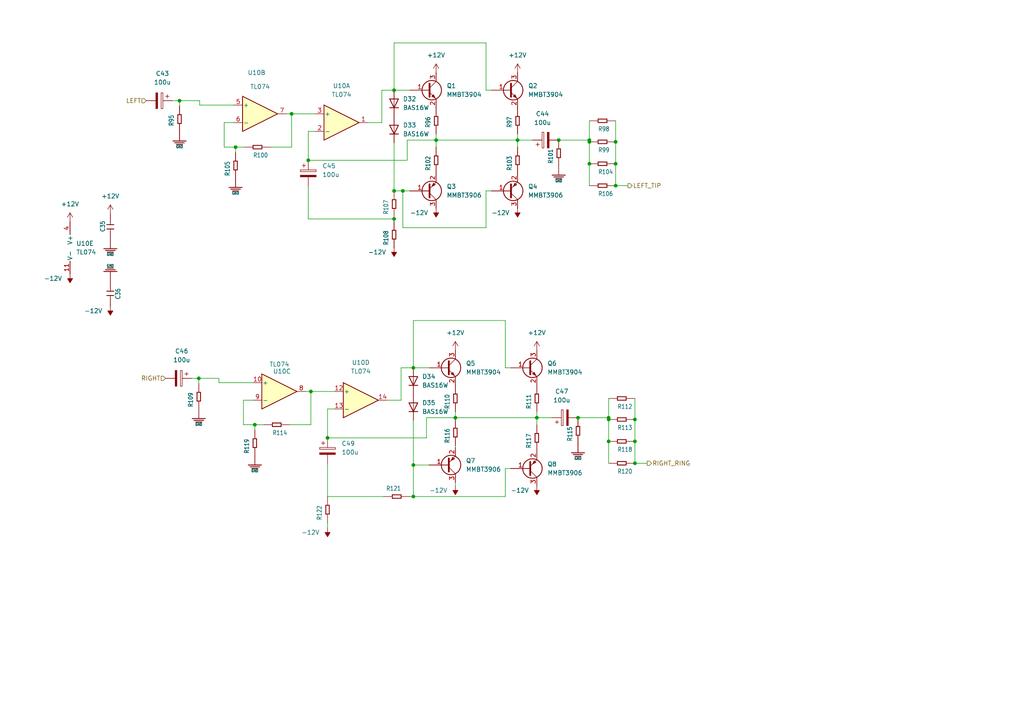
<source format=kicad_sch>
(kicad_sch (version 20211123) (generator eeschema)
  (paper "A4")
  (lib_symbols
    (symbol "Amplifier_Operational:TL074" (pin_names (offset 0.127))
      (property "Reference" "U" (at 0 5.08 0))
      (property "Value" "TL074" (at 0 -5.08 0))
      (symbol "TL074_1_1"
        (polyline (pts (xy -5.08 5.08) (xy 5.08 0) (xy -5.08 -5.08) (xy -5.08 5.08)) (stroke (width 0.254)) (fill (type background)))
        (pin output line (at 7.62 0 180) (length 2.54) (name "~") (number "1"))
        (pin input line (at -7.62 -2.54 0) (length 2.54) (name "-") (number "2"))
        (pin input line (at -7.62 2.54 0) (length 2.54) (name "+") (number "3"))
      )
      (symbol "TL074_2_1"
        (polyline (pts (xy -5.08 5.08) (xy 5.08 0) (xy -5.08 -5.08) (xy -5.08 5.08)) (stroke (width 0.254)) (fill (type background)))
        (pin input line (at -7.62 2.54 0) (length 2.54) (name "+") (number "5"))
        (pin input line (at -7.62 -2.54 0) (length 2.54) (name "-") (number "6"))
        (pin output line (at 7.62 0 180) (length 2.54) (name "~") (number "7"))
      )
      (symbol "TL074_3_1"
        (polyline (pts (xy -5.08 5.08) (xy 5.08 0) (xy -5.08 -5.08) (xy -5.08 5.08)) (stroke (width 0.254)) (fill (type background)))
        (pin input line (at -7.62 2.54 0) (length 2.54) (name "+") (number "10"))
        (pin output line (at 7.62 0 180) (length 2.54) (name "~") (number "8"))
        (pin input line (at -7.62 -2.54 0) (length 2.54) (name "-") (number "9"))
      )
      (symbol "TL074_4_1"
        (polyline (pts (xy -5.08 5.08) (xy 5.08 0) (xy -5.08 -5.08) (xy -5.08 5.08)) (stroke (width 0.254)) (fill (type background)))
        (pin input line (at -7.62 2.54 0) (length 2.54) (name "+") (number "12"))
        (pin input line (at -7.62 -2.54 0) (length 2.54) (name "-") (number "13"))
        (pin output line (at 7.62 0 180) (length 2.54) (name "~") (number "14"))
      )
      (symbol "TL074_5_1"
        (pin power_in line (at -2.54 -7.62 90) (length 3.81) (name "V-") (number "11"))
        (pin power_in line (at -2.54 7.62 270) (length 3.81) (name "V+") (number "4"))
      )
    )
    (symbol "Device:C_Polarized" (pin_numbers hide) (pin_names (offset 0.254))
      (property "Reference" "C" (at 0.635 2.54 0))
      (property "Value" "C_Polarized" (at 0.635 -2.54 0))
      (symbol "C_Polarized_0_1"
        (rectangle (start -2.286 0.508) (end 2.286 1.016))
        (polyline (pts (xy -1.778 2.286) (xy -0.762 2.286)))
        (polyline (pts (xy -1.27 2.794) (xy -1.27 1.778)))
        (rectangle (start 2.286 -0.508) (end -2.286 -1.016) (fill (type outline)))
      )
      (symbol "C_Polarized_1_1"
        (pin passive line (at 0 3.81 270) (length 2.794) (name "~") (number "1"))
        (pin passive line (at 0 -3.81 90) (length 2.794) (name "~") (number "2"))
      )
    )
    (symbol "Diode:BAS16W" (pin_numbers hide) (pin_names hide)
      (property "Reference" "D" (at 0 2.54 0))
      (property "Value" "BAS16W" (at 0 -2.54 0))
      (symbol "BAS16W_0_1"
        (polyline (pts (xy -1.27 1.27) (xy -1.27 -1.27)) (stroke (width 0.254)))
        (polyline (pts (xy 1.27 0) (xy -1.27 0)))
        (polyline (pts (xy 1.27 1.27) (xy 1.27 -1.27) (xy -1.27 0) (xy 1.27 1.27)) (stroke (width 0.254)))
      )
      (symbol "BAS16W_1_1"
        (pin passive line (at 3.81 0 180) (length 2.54) (name "A") (number "1"))
        (pin no_connect line (at -1.27 0 0) (length 2.54) hide (name "NC") (number "2"))
        (pin passive line (at -3.81 0 0) (length 2.54) (name "K") (number "3"))
      )
    )
    (symbol "TINRS - Wobbler (pico)sch-eagle-import:C-0603"
      (property "Reference" "C" (at -3.81 0 0))
      (property "Value" "C-0603" (at 0 0 0))
      (symbol "C-0603_1_0"
        (polyline (pts (xy -1.27 0) (xy -0.635 0)) (stroke (width 0.1524)))
        (polyline (pts (xy -0.635 -1.016) (xy -0.635 0)) (stroke (width 0.254)))
        (polyline (pts (xy -0.635 0) (xy -0.635 1.016)) (stroke (width 0.254)))
        (polyline (pts (xy 0.635 0) (xy 0.635 -1.016)) (stroke (width 0.254)))
        (polyline (pts (xy 0.635 0) (xy 1.27 0)) (stroke (width 0.1524)))
        (polyline (pts (xy 0.635 1.016) (xy 0.635 0)) (stroke (width 0.254)))
        (pin passive line (at -3.81 0 0) (length 2.54) (name "1") (number "1"))
        (pin passive line (at 3.81 0 180) (length 2.54) (name "2") (number "2"))
      )
    )
    (symbol "TINRS - Wobbler (pico)sch-eagle-import:GND" (power)
      (property "Value" "GND" (at 0 -1.27 0))
      (symbol "GND_1_0"
        (polyline (pts (xy -1.905 0) (xy 1.905 0)) (stroke (width 0.254)))
        (polyline (pts (xy -1.397 -0.508) (xy 1.397 -0.508)) (stroke (width 0.254)))
        (polyline (pts (xy -0.889 -1.016) (xy 0.889 -1.016)) (stroke (width 0.254)))
        (pin power_in line (at 0 2.54 270) (length 2.54) (name "GND") (number "1"))
      )
    )
    (symbol "TINRS - Wobbler (pico)sch-eagle-import:R-0603"
      (property "Reference" "R" (at -3.81 0 0))
      (property "Value" "R-0603" (at 2.54 0 0))
      (symbol "R-0603_1_0"
        (polyline (pts (xy -1.27 -0.508) (xy -1.27 0.508)) (stroke (width 0.254)))
        (polyline (pts (xy -1.27 0.508) (xy 1.27 0.508)) (stroke (width 0.254)))
        (polyline (pts (xy 1.27 -0.508) (xy -1.27 -0.508)) (stroke (width 0.254)))
        (polyline (pts (xy 1.27 0.508) (xy 1.27 -0.508)) (stroke (width 0.254)))
        (pin passive line (at -3.81 0 0) (length 2.54) (name "1") (number "1"))
        (pin passive line (at 3.81 0 180) (length 2.54) (name "2") (number "2"))
      )
    )
    (symbol "Transistor_BJT:MMBT3904" (pin_names (offset 0) hide)
      (property "Reference" "Q" (at 5.08 1.905 0))
      (property "Value" "MMBT3904" (at 5.08 0 0))
      (symbol "MMBT3904_0_1"
        (polyline (pts (xy 0.635 0.635) (xy 2.54 2.54)))
        (polyline (pts (xy 0.635 -0.635) (xy 2.54 -2.54) (xy 2.54 -2.54)))
        (polyline (pts (xy 0.635 1.905) (xy 0.635 -1.905) (xy 0.635 -1.905)) (stroke (width 0.508)))
        (polyline (pts (xy 1.27 -1.778) (xy 1.778 -1.27) (xy 2.286 -2.286) (xy 1.27 -1.778) (xy 1.27 -1.778)) (fill (type outline)))
        (circle (center 1.27 0) (radius 2.8194) (stroke (width 0.254)))
      )
      (symbol "MMBT3904_1_1"
        (pin input line (at -5.08 0 0) (length 5.715) (name "B") (number "1"))
        (pin passive line (at 2.54 -5.08 90) (length 2.54) (name "E") (number "2"))
        (pin passive line (at 2.54 5.08 270) (length 2.54) (name "C") (number "3"))
      )
    )
    (symbol "Transistor_BJT:MMBT3906" (pin_names (offset 0) hide)
      (property "Reference" "Q" (at 5.08 1.905 0))
      (property "Value" "MMBT3906" (at 5.08 0 0))
      (symbol "MMBT3906_0_1"
        (polyline (pts (xy 0.635 0.635) (xy 2.54 2.54)))
        (polyline (pts (xy 0.635 -0.635) (xy 2.54 -2.54) (xy 2.54 -2.54)))
        (polyline (pts (xy 0.635 1.905) (xy 0.635 -1.905) (xy 0.635 -1.905)) (stroke (width 0.508)))
        (polyline (pts (xy 2.286 -1.778) (xy 1.778 -2.286) (xy 1.27 -1.27) (xy 2.286 -1.778) (xy 2.286 -1.778)) (fill (type outline)))
        (circle (center 1.27 0) (radius 2.8194) (stroke (width 0.254)))
      )
      (symbol "MMBT3906_1_1"
        (pin input line (at -5.08 0 0) (length 5.715) (name "B") (number "1"))
        (pin passive line (at 2.54 -5.08 90) (length 2.54) (name "E") (number "2"))
        (pin passive line (at 2.54 5.08 270) (length 2.54) (name "C") (number "3"))
      )
    )
    (symbol "power:+12V" (power) (pin_names (offset 0))
      (property "Value" "+12V" (at 0 3.556 0))
      (symbol "+12V_0_1"
        (polyline (pts (xy -0.762 1.27) (xy 0 2.54)))
        (polyline (pts (xy 0 0) (xy 0 2.54)))
        (polyline (pts (xy 0 2.54) (xy 0.762 1.27)))
      )
      (symbol "+12V_1_1"
        (pin power_in line (at 0 0 90) (length 0) hide (name "+12V") (number "1"))
      )
    )
    (symbol "power:-12V" (power) (pin_names (offset 0))
      (property "Value" "-12V" (at 0 3.81 0))
      (symbol "-12V_0_0"
        (pin power_in line (at 0 0 90) (length 0) hide (name "-12V") (number "1"))
      )
      (symbol "-12V_0_1"
        (polyline (pts (xy 0 0) (xy 0 1.27) (xy 0.762 1.27) (xy 0 2.54) (xy -0.762 1.27) (xy 0 1.27)) (fill (type outline)))
      )
    )
  )
  (junction (at 176.53 128.016))
  (junction (at 119.888 106.68))
  (junction (at 114.3 63.5))
  (junction (at 184.15 134.366))
  (junction (at 116.84 55.372))
  (junction (at 132.08 121.158))
  (junction (at 114.3 26.162))
  (junction (at 155.702 121.158))
  (junction (at 167.64 121.158))
  (junction (at 114.3 55.372))
  (junction (at 73.914 123.19))
  (junction (at 170.942 40.64))
  (junction (at 52.07 29.21))
  (junction (at 170.942 47.498))
  (junction (at 119.888 134.874))
  (junction (at 84.582 33.02))
  (junction (at 178.562 47.498))
  (junction (at 178.562 41.148))
  (junction (at 162.052 40.64))
  (junction (at 119.888 144.018))
  (junction (at 150.114 40.64))
  (junction (at 184.15 128.016))
  (junction (at 89.408 46.482))
  (junction (at 57.658 109.728))
  (junction (at 178.562 53.848))
  (junction (at 90.17 113.538))
  (junction (at 176.53 121.158))
  (junction (at 94.996 127))
  (junction (at 184.15 121.666))
  (junction (at 170.942 41.148))
  (junction (at 68.326 42.672))
  (junction (at 176.53 121.666))
  (junction (at 126.492 40.64))
  (wire (pts (xy 90.17 113.538) (xy 97.028 113.538)))
  (wire (pts (xy 150.114 38.862) (xy 150.114 40.64)))
  (wire (pts (xy 116.332 106.68) (xy 119.888 106.68)))
  (wire (pts (xy 84.074 123.19) (xy 90.17 123.19)))
  (wire (pts (xy 89.408 63.5) (xy 114.3 63.5)))
  (wire (pts (xy 155.702 123.19) (xy 155.702 121.158)))
  (wire (pts (xy 116.332 116.078) (xy 116.332 106.68)))
  (wire (pts (xy 68.326 42.672) (xy 70.866 42.672)))
  (wire (pts (xy 126.492 40.64) (xy 150.114 40.64)))
  (wire (pts (xy 112.268 116.078) (xy 116.332 116.078)))
  (wire (pts (xy 114.3 26.162) (xy 118.872 26.162)))
  (wire (pts (xy 148.082 135.89) (xy 146.558 135.89)))
  (wire (pts (xy 142.494 55.372) (xy 140.97 55.372)))
  (wire (pts (xy 78.486 42.672) (xy 84.582 42.672)))
  (wire (pts (xy 68.326 42.672) (xy 68.326 44.196)))
  (wire (pts (xy 114.3 12.446) (xy 114.3 26.162)))
  (wire (pts (xy 123.698 127) (xy 94.996 127)))
  (wire (pts (xy 55.626 109.728) (xy 57.658 109.728)))
  (wire (pts (xy 118.11 40.64) (xy 118.11 46.482)))
  (wire (pts (xy 84.582 33.02) (xy 91.44 33.02)))
  (wire (pts (xy 65.024 42.672) (xy 68.326 42.672)))
  (wire (pts (xy 176.53 115.57) (xy 176.53 121.158)))
  (wire (pts (xy 89.408 46.482) (xy 89.408 38.1)))
  (wire (pts (xy 155.702 121.158) (xy 160.02 121.158)))
  (wire (pts (xy 178.562 35.052) (xy 178.562 41.148)))
  (wire (pts (xy 132.08 119.38) (xy 132.08 121.158)))
  (wire (pts (xy 140.97 12.446) (xy 114.3 12.446)))
  (wire (pts (xy 70.612 123.19) (xy 73.914 123.19)))
  (wire (pts (xy 57.912 29.21) (xy 52.07 29.21)))
  (wire (pts (xy 155.702 119.38) (xy 155.702 121.158)))
  (wire (pts (xy 119.888 92.964) (xy 119.888 106.68)))
  (wire (pts (xy 110.744 35.56) (xy 110.744 26.162)))
  (wire (pts (xy 176.53 121.666) (xy 176.53 128.016)))
  (wire (pts (xy 150.114 40.64) (xy 154.432 40.64)))
  (wire (pts (xy 184.15 128.016) (xy 184.15 134.366)))
  (wire (pts (xy 89.408 54.102) (xy 89.408 63.5)))
  (wire (pts (xy 167.64 121.158) (xy 176.53 121.158)))
  (wire (pts (xy 116.84 55.372) (xy 118.872 55.372)))
  (wire (pts (xy 114.3 41.402) (xy 114.3 55.372)))
  (wire (pts (xy 176.53 121.158) (xy 176.53 121.666)))
  (wire (pts (xy 118.11 46.482) (xy 89.408 46.482)))
  (wire (pts (xy 146.558 92.964) (xy 119.888 92.964)))
  (wire (pts (xy 176.53 128.016) (xy 176.53 134.366)))
  (wire (pts (xy 73.914 123.19) (xy 73.914 124.714)))
  (wire (pts (xy 50.038 29.21) (xy 52.07 29.21)))
  (wire (pts (xy 110.744 26.162) (xy 114.3 26.162)))
  (wire (pts (xy 94.996 144.018) (xy 111.252 144.018)))
  (wire (pts (xy 88.646 113.538) (xy 90.17 113.538)))
  (wire (pts (xy 67.818 35.56) (xy 65.024 35.56)))
  (wire (pts (xy 118.872 144.018) (xy 119.888 144.018)))
  (wire (pts (xy 150.114 42.672) (xy 150.114 40.64)))
  (wire (pts (xy 184.15 121.666) (xy 184.15 128.016)))
  (wire (pts (xy 114.3 55.372) (xy 116.84 55.372)))
  (wire (pts (xy 170.942 40.64) (xy 170.942 41.148)))
  (wire (pts (xy 148.082 106.68) (xy 146.558 106.68)))
  (wire (pts (xy 57.912 30.48) (xy 57.912 29.21)))
  (wire (pts (xy 94.996 127) (xy 94.996 118.618)))
  (wire (pts (xy 119.888 144.018) (xy 119.888 134.874)))
  (wire (pts (xy 123.698 121.158) (xy 123.698 127)))
  (wire (pts (xy 140.97 55.372) (xy 140.97 66.04)))
  (wire (pts (xy 114.3 63.5) (xy 114.3 64.262)))
  (wire (pts (xy 170.942 35.052) (xy 170.942 40.64)))
  (wire (pts (xy 90.17 123.19) (xy 90.17 113.538)))
  (wire (pts (xy 114.3 62.992) (xy 114.3 63.5)))
  (wire (pts (xy 118.11 40.64) (xy 126.492 40.64)))
  (wire (pts (xy 140.97 26.162) (xy 140.97 12.446)))
  (wire (pts (xy 94.996 134.62) (xy 94.996 144.018)))
  (wire (pts (xy 73.406 110.998) (xy 63.5 110.998)))
  (wire (pts (xy 146.558 144.018) (xy 119.888 144.018)))
  (wire (pts (xy 178.562 41.148) (xy 178.562 47.498)))
  (wire (pts (xy 140.97 66.04) (xy 116.84 66.04)))
  (wire (pts (xy 146.558 135.89) (xy 146.558 144.018)))
  (wire (pts (xy 142.494 26.162) (xy 140.97 26.162)))
  (wire (pts (xy 63.5 109.728) (xy 57.658 109.728)))
  (wire (pts (xy 119.888 121.92) (xy 119.888 134.874)))
  (wire (pts (xy 184.15 134.366) (xy 187.706 134.366)))
  (wire (pts (xy 83.058 33.02) (xy 84.582 33.02)))
  (wire (pts (xy 132.08 121.158) (xy 155.702 121.158)))
  (wire (pts (xy 126.492 40.64) (xy 126.492 42.672)))
  (wire (pts (xy 67.818 30.48) (xy 57.912 30.48)))
  (wire (pts (xy 119.888 134.874) (xy 124.46 134.874)))
  (wire (pts (xy 132.08 121.158) (xy 132.08 121.666)))
  (wire (pts (xy 123.698 121.158) (xy 132.08 121.158)))
  (wire (pts (xy 84.582 42.672) (xy 84.582 33.02)))
  (wire (pts (xy 57.658 109.728) (xy 57.658 111.252)))
  (wire (pts (xy 89.408 38.1) (xy 91.44 38.1)))
  (wire (pts (xy 63.5 110.998) (xy 63.5 109.728)))
  (wire (pts (xy 73.914 123.19) (xy 76.454 123.19)))
  (wire (pts (xy 178.562 47.498) (xy 178.562 53.848)))
  (wire (pts (xy 178.562 53.848) (xy 182.118 53.848)))
  (wire (pts (xy 65.024 35.56) (xy 65.024 42.672)))
  (wire (pts (xy 70.612 116.078) (xy 70.612 123.19)))
  (wire (pts (xy 170.942 41.148) (xy 170.942 47.498)))
  (wire (pts (xy 132.08 139.954) (xy 132.08 140.97)))
  (wire (pts (xy 73.406 116.078) (xy 70.612 116.078)))
  (wire (pts (xy 106.68 35.56) (xy 110.744 35.56)))
  (wire (pts (xy 132.08 129.286) (xy 132.08 129.794)))
  (wire (pts (xy 162.052 40.64) (xy 170.942 40.64)))
  (wire (pts (xy 146.558 106.68) (xy 146.558 92.964)))
  (wire (pts (xy 94.996 118.618) (xy 97.028 118.618)))
  (wire (pts (xy 119.888 106.68) (xy 124.46 106.68)))
  (wire (pts (xy 52.07 29.21) (xy 52.07 30.734)))
  (wire (pts (xy 116.84 55.372) (xy 116.84 66.04)))
  (wire (pts (xy 94.996 151.638) (xy 94.996 153.162)))
  (wire (pts (xy 126.492 38.862) (xy 126.492 40.64)))
  (wire (pts (xy 170.942 47.498) (xy 170.942 53.848)))
  (wire (pts (xy 184.15 115.57) (xy 184.15 121.666)))
  (hierarchical_label "RIGHT_RING" (shape output) (at 187.706 134.366 0))
  (hierarchical_label "LEFT" (shape input) (at 42.418 29.21 180))
  (hierarchical_label "LEFT_TIP" (shape output) (at 182.118 53.848 0))
  (hierarchical_label "RIGHT" (shape input) (at 48.006 109.728 180))
  (symbol (lib_id "TINRS - Wobbler (pico)sch-eagle-import:C-0603") (at 32.004 65.786 90) (unit 1)
    (property "Reference" "C35" (at 30.48 67.31 0) (effects (font (size 1.27 1.0795)) (justify left bottom)))
    (property "Value" "100n" (at 35.814 68.326 0) (effects (font (size 1.27 1.0795)) (justify left bottom)))
    (property "Footprint" "Capacitor_SMD:C_0402_1005Metric" (effects hide))
    (property "Value" "unknown" (effects hide))
  )
  (symbol (lib_id "Amplifier_Operational:TL074") (at 104.648 116.078 0) (unit 4)
    (property "Reference" "U10" (at 104.648 105.156 0))
    (property "Value" "TL074" (at 104.648 107.696 0))
    (property "Footprint" "Package_SO:TSSOP-14_4.4x5mm_P0.65mm" (effects hide))
    (property "Datasheet" "http://www.ti.com/lit/ds/symlink/tl071.pdf" (effects hide))
  )
  (symbol (lib_id "TINRS - Wobbler (pico)sch-eagle-import:GND") (at 68.326 54.356 0) (unit 1)
    (property "Reference" "#GND0158" (effects hide))
    (property "Value" "GND" (at 68.326 55.626 0) (effects (font (size 0.762 0.6477)) (justify top)))
  )
  (symbol (lib_id "Diode:BAS16W") (at 119.888 110.49 90) (unit 1)
    (property "Reference" "D34" (at 122.428 109.2199 90) (effects (justify right)))
    (property "Value" "BAS16W" (at 122.428 111.7599 90) (effects (justify right)))
    (property "Footprint" "Package_TO_SOT_SMD:SOT-323_SC-70" (effects hide))
    (property "Datasheet" "https://assets.nexperia.com/documents/data-sheet/BAS16_SER.pdf" (effects hide))
  )
  (symbol (lib_id "Device:C_Polarized") (at 89.408 50.292 0) (unit 1)
    (property "Reference" "C45" (at 93.472 48.1329 0) (effects (justify left)))
    (property "Value" "100u" (at 93.472 50.6729 0) (effects (justify left)))
    (property "Footprint" "Capacitor_SMD:CP_Elec_6.3x3" (effects hide))
  )
  (symbol (lib_id "power:-12V") (at 94.996 153.162 180) (unit 1)
    (property "Reference" "#PWR0155" (effects hide))
    (property "Value" "-12V" (at 92.71 154.4321 0) (effects (justify left)))
  )
  (symbol (lib_id "TINRS - Wobbler (pico)sch-eagle-import:GND") (at 167.64 131.318 0) (unit 1)
    (property "Reference" "#GND0170" (effects hide))
    (property "Value" "GND" (at 167.64 132.588 0) (effects (font (size 0.762 0.6477)) (justify top)))
  )
  (symbol (lib_id "TINRS - Wobbler (pico)sch-eagle-import:R-0603") (at 57.658 115.062 270) (unit 1)
    (property "Reference" "R109" (at 54.61 113.792 0) (effects (font (size 1.27 1.0795)) (justify left bottom)))
    (property "Value" "10k" (at 58.928 113.538 0) (effects (font (size 1.27 1.0795)) (justify left bottom)))
    (property "Footprint" "Resistor_SMD:R_0402_1005Metric" (effects hide))
    (property "Value" "unknown" (effects hide))
  )
  (symbol (lib_id "TINRS - Wobbler (pico)sch-eagle-import:R-0603") (at 180.34 121.666 0) (unit 1)
    (property "Reference" "R113" (at 179.07 124.714 0) (effects (font (size 1.27 1.0795)) (justify left bottom)))
    (property "Value" "120" (at 178.816 120.396 0) (effects (font (size 1.27 1.0795)) (justify left bottom)))
    (property "Footprint" "Resistor_SMD:R_0603_1608Metric" (effects hide))
    (property "Value" "unknown" (effects hide))
  )
  (symbol (lib_id "TINRS - Wobbler (pico)sch-eagle-import:R-0603") (at 180.34 128.016 0) (unit 1)
    (property "Reference" "R118" (at 179.07 131.064 0) (effects (font (size 1.27 1.0795)) (justify left bottom)))
    (property "Value" "120" (at 178.816 126.746 0) (effects (font (size 1.27 1.0795)) (justify left bottom)))
    (property "Footprint" "Resistor_SMD:R_0603_1608Metric" (effects hide))
    (property "Value" "unknown" (effects hide))
  )
  (symbol (lib_id "TINRS - Wobbler (pico)sch-eagle-import:GND") (at 32.004 72.136 0) (unit 1)
    (property "Reference" "#GND0157" (effects hide))
    (property "Value" "GND" (at 32.004 73.406 0) (effects (font (size 0.762 0.6477)) (justify top)))
  )
  (symbol (lib_id "power:-12V") (at 132.08 140.97 180) (unit 1)
    (property "Reference" "#PWR0156" (effects hide))
    (property "Value" "-12V" (at 129.794 142.2401 0) (effects (justify left)))
  )
  (symbol (lib_id "power:+12V") (at 150.114 21.082 0) (unit 1)
    (property "Reference" "#PWR0144" (effects hide))
    (property "Value" "+12V" (at 150.114 16.002 0))
  )
  (symbol (lib_id "Amplifier_Operational:TL074") (at 75.438 33.02 0) (unit 2)
    (property "Reference" "U10" (at 74.422 21.082 0))
    (property "Value" "TL074" (at 75.438 25.146 0))
    (property "Footprint" "Package_SO:TSSOP-14_4.4x5mm_P0.65mm" (effects hide))
    (property "Datasheet" "http://www.ti.com/lit/ds/symlink/tl071.pdf" (effects hide))
  )
  (symbol (lib_id "power:-12V") (at 126.492 60.452 180) (unit 1)
    (property "Reference" "#PWR0143" (effects hide))
    (property "Value" "-12V" (at 124.206 61.7221 0) (effects (justify left)))
  )
  (symbol (lib_id "TINRS - Wobbler (pico)sch-eagle-import:R-0603") (at 174.752 41.148 0) (unit 1)
    (property "Reference" "R99" (at 173.482 44.196 0) (effects (font (size 1.27 1.0795)) (justify left bottom)))
    (property "Value" "120" (at 173.228 39.878 0) (effects (font (size 1.27 1.0795)) (justify left bottom)))
    (property "Footprint" "Resistor_SMD:R_0603_1608Metric" (effects hide))
    (property "Value" "unknown" (effects hide))
  )
  (symbol (lib_id "TINRS - Wobbler (pico)sch-eagle-import:GND") (at 57.658 121.412 0) (unit 1)
    (property "Reference" "#GND0167" (effects hide))
    (property "Value" "GND" (at 57.658 122.682 0) (effects (font (size 0.762 0.6477)) (justify top)))
  )
  (symbol (lib_id "TINRS - Wobbler (pico)sch-eagle-import:R-0603") (at 150.114 46.482 270) (unit 1)
    (property "Reference" "R103" (at 147.066 45.212 0) (effects (font (size 1.27 1.0795)) (justify left bottom)))
    (property "Value" "10" (at 151.384 44.958 0) (effects (font (size 1.27 1.0795)) (justify left bottom)))
    (property "Footprint" "Resistor_SMD:R_0603_1608Metric" (effects hide))
    (property "Value" "unknown" (effects hide))
  )
  (symbol (lib_id "Diode:BAS16W") (at 114.3 37.592 90) (unit 1)
    (property "Reference" "D33" (at 116.84 36.3219 90) (effects (justify right)))
    (property "Value" "BAS16W" (at 116.84 38.8619 90) (effects (justify right)))
    (property "Footprint" "Package_TO_SOT_SMD:SOT-323_SC-70" (effects hide))
    (property "Datasheet" "https://assets.nexperia.com/documents/data-sheet/BAS16_SER.pdf" (effects hide))
  )
  (symbol (lib_id "TINRS - Wobbler (pico)sch-eagle-import:R-0603") (at 167.64 124.968 270) (unit 1)
    (property "Reference" "R115" (at 164.592 123.698 0) (effects (font (size 1.27 1.0795)) (justify left bottom)))
    (property "Value" "100k" (at 168.91 123.444 0) (effects (font (size 1.27 1.0795)) (justify left bottom)))
    (property "Footprint" "Resistor_SMD:R_0402_1005Metric" (effects hide))
    (property "Value" "unknown" (effects hide))
  )
  (symbol (lib_id "TINRS - Wobbler (pico)sch-eagle-import:R-0603") (at 126.492 46.482 270) (unit 1)
    (property "Reference" "R102" (at 123.444 45.212 0) (effects (font (size 1.27 1.0795)) (justify left bottom)))
    (property "Value" "10" (at 127.762 44.958 0) (effects (font (size 1.27 1.0795)) (justify left bottom)))
    (property "Footprint" "Resistor_SMD:R_0603_1608Metric" (effects hide))
    (property "Value" "unknown" (effects hide))
  )
  (symbol (lib_id "TINRS - Wobbler (pico)sch-eagle-import:R-0603") (at 114.3 68.072 270) (unit 1)
    (property "Reference" "R108" (at 111.252 66.802 0) (effects (font (size 1.27 1.0795)) (justify left bottom)))
    (property "Value" "4.7k" (at 115.57 66.548 0) (effects (font (size 1.27 1.0795)) (justify left bottom)))
    (property "Footprint" "Resistor_SMD:R_0603_1608Metric" (effects hide))
    (property "Value" "unknown" (effects hide))
  )
  (symbol (lib_id "Device:C_Polarized") (at 158.242 40.64 90) (unit 1)
    (property "Reference" "C44" (at 157.353 33.02 90))
    (property "Value" "100u" (at 157.353 35.56 90))
    (property "Footprint" "Capacitor_SMD:CP_Elec_6.3x3" (effects hide))
  )
  (symbol (lib_id "Transistor_BJT:MMBT3904") (at 129.54 106.68 0) (unit 1)
    (property "Reference" "Q5" (at 135.128 105.4099 0) (effects (justify left)))
    (property "Value" "MMBT3904" (at 135.128 107.9499 0) (effects (justify left)))
    (property "Footprint" "Package_TO_SOT_SMD:SOT-23" (effects hide))
    (property "Datasheet" "https://www.onsemi.com/pub/Collateral/2N3903-D.PDF" (effects hide))
  )
  (symbol (lib_id "Device:C_Polarized") (at 94.996 130.81 0) (unit 1)
    (property "Reference" "C49" (at 99.06 128.6509 0) (effects (justify left)))
    (property "Value" "100u" (at 99.06 131.1909 0) (effects (justify left)))
    (property "Footprint" "Capacitor_SMD:CP_Elec_6.3x3" (effects hide))
  )
  (symbol (lib_id "TINRS - Wobbler (pico)sch-eagle-import:R-0603") (at 155.702 115.57 270) (unit 1)
    (property "Reference" "R111" (at 152.654 114.3 0) (effects (font (size 1.27 1.0795)) (justify left bottom)))
    (property "Value" "10" (at 156.972 114.046 0) (effects (font (size 1.27 1.0795)) (justify left bottom)))
    (property "Footprint" "Resistor_SMD:R_0603_1608Metric" (effects hide))
    (property "Value" "unknown" (effects hide))
  )
  (symbol (lib_id "power:-12V") (at 20.32 79.502 180) (unit 1)
    (property "Reference" "#PWR0136" (effects hide))
    (property "Value" "-12V" (at 18.034 80.7721 0) (effects (justify left)))
  )
  (symbol (lib_id "TINRS - Wobbler (pico)sch-eagle-import:R-0603") (at 114.3 59.182 270) (unit 1)
    (property "Reference" "R107" (at 111.252 57.912 0) (effects (font (size 1.27 1.0795)) (justify left bottom)))
    (property "Value" "4.7k" (at 115.57 57.658 0) (effects (font (size 1.27 1.0795)) (justify left bottom)))
    (property "Footprint" "Resistor_SMD:R_0603_1608Metric" (effects hide))
    (property "Value" "unknown" (effects hide))
  )
  (symbol (lib_id "Transistor_BJT:MMBT3906") (at 147.574 55.372 0) (mirror x) (unit 1)
    (property "Reference" "Q4" (at 153.162 54.1019 0) (effects (justify left)))
    (property "Value" "MMBT3906" (at 153.162 56.6419 0) (effects (justify left)))
    (property "Footprint" "Package_TO_SOT_SMD:SOT-23" (effects hide))
    (property "Datasheet" "https://www.onsemi.com/pub/Collateral/2N3906-D.PDF" (effects hide))
  )
  (symbol (lib_id "Diode:BAS16W") (at 119.888 118.11 90) (unit 1)
    (property "Reference" "D35" (at 122.428 116.8399 90) (effects (justify right)))
    (property "Value" "BAS16W" (at 122.428 119.3799 90) (effects (justify right)))
    (property "Footprint" "Package_TO_SOT_SMD:SOT-323_SC-70" (effects hide))
    (property "Datasheet" "https://assets.nexperia.com/documents/data-sheet/BAS16_SER.pdf" (effects hide))
  )
  (symbol (lib_id "Device:C_Polarized") (at 46.228 29.21 270) (unit 1)
    (property "Reference" "C43" (at 47.117 21.336 90))
    (property "Value" "100u" (at 47.117 23.876 90))
    (property "Footprint" "Capacitor_SMD:CP_Elec_6.3x3" (effects hide))
  )
  (symbol (lib_id "TINRS - Wobbler (pico)sch-eagle-import:R-0603") (at 80.264 123.19 0) (unit 1)
    (property "Reference" "R114" (at 78.994 126.238 0) (effects (font (size 1.27 1.0795)) (justify left bottom)))
    (property "Value" "2.2k" (at 78.74 121.92 0) (effects (font (size 1.27 1.0795)) (justify left bottom)))
    (property "Footprint" "Resistor_SMD:R_0603_1608Metric" (effects hide))
    (property "Value" "unknown" (effects hide))
  )
  (symbol (lib_id "TINRS - Wobbler (pico)sch-eagle-import:R-0603") (at 174.752 47.498 0) (unit 1)
    (property "Reference" "R104" (at 173.482 50.546 0) (effects (font (size 1.27 1.0795)) (justify left bottom)))
    (property "Value" "120" (at 173.228 46.228 0) (effects (font (size 1.27 1.0795)) (justify left bottom)))
    (property "Footprint" "Resistor_SMD:R_0603_1608Metric" (effects hide))
    (property "Value" "unknown" (effects hide))
  )
  (symbol (lib_id "power:-12V") (at 150.114 60.452 180) (unit 1)
    (property "Reference" "#PWR0148" (effects hide))
    (property "Value" "-12V" (at 147.828 61.7221 0) (effects (justify left)))
  )
  (symbol (lib_id "Amplifier_Operational:TL074") (at 99.06 35.56 0) (unit 1)
    (property "Reference" "U10" (at 99.06 24.892 0))
    (property "Value" "TL074" (at 99.06 27.432 0))
    (property "Footprint" "Package_SO:TSSOP-14_4.4x5mm_P0.65mm" (effects hide))
    (property "Datasheet" "http://www.ti.com/lit/ds/symlink/tl071.pdf" (effects hide))
  )
  (symbol (lib_id "Transistor_BJT:MMBT3906") (at 123.952 55.372 0) (mirror x) (unit 1)
    (property "Reference" "Q3" (at 129.54 54.1019 0) (effects (justify left)))
    (property "Value" "MMBT3906" (at 129.54 56.6419 0) (effects (justify left)))
    (property "Footprint" "Package_TO_SOT_SMD:SOT-23" (effects hide))
    (property "Datasheet" "https://www.onsemi.com/pub/Collateral/2N3906-D.PDF" (effects hide))
  )
  (symbol (lib_id "TINRS - Wobbler (pico)sch-eagle-import:R-0603") (at 155.702 127 270) (unit 1)
    (property "Reference" "R117" (at 152.654 125.73 0) (effects (font (size 1.27 1.0795)) (justify left bottom)))
    (property "Value" "10" (at 156.972 125.476 0) (effects (font (size 1.27 1.0795)) (justify left bottom)))
    (property "Footprint" "Resistor_SMD:R_0603_1608Metric" (effects hide))
    (property "Value" "unknown" (effects hide))
  )
  (symbol (lib_id "TINRS - Wobbler (pico)sch-eagle-import:R-0603") (at 74.676 42.672 0) (unit 1)
    (property "Reference" "R100" (at 73.406 45.72 0) (effects (font (size 1.27 1.0795)) (justify left bottom)))
    (property "Value" "2.2k" (at 73.152 41.402 0) (effects (font (size 1.27 1.0795)) (justify left bottom)))
    (property "Footprint" "Resistor_SMD:R_0603_1608Metric" (effects hide))
    (property "Value" "unknown" (effects hide))
  )
  (symbol (lib_id "TINRS - Wobbler (pico)sch-eagle-import:R-0603") (at 73.914 128.524 270) (unit 1)
    (property "Reference" "R119" (at 70.866 127.254 0) (effects (font (size 1.27 1.0795)) (justify left bottom)))
    (property "Value" "470" (at 75.184 127 0) (effects (font (size 1.27 1.0795)) (justify left bottom)))
    (property "Footprint" "Resistor_SMD:R_0603_1608Metric" (effects hide))
    (property "Value" "unknown" (effects hide))
  )
  (symbol (lib_id "TINRS - Wobbler (pico)sch-eagle-import:R-0603") (at 68.326 48.006 270) (unit 1)
    (property "Reference" "R105" (at 65.278 46.736 0) (effects (font (size 1.27 1.0795)) (justify left bottom)))
    (property "Value" "470" (at 69.596 46.482 0) (effects (font (size 1.27 1.0795)) (justify left bottom)))
    (property "Footprint" "Resistor_SMD:R_0603_1608Metric" (effects hide))
    (property "Value" "unknown" (effects hide))
  )
  (symbol (lib_id "TINRS - Wobbler (pico)sch-eagle-import:R-0603") (at 94.996 147.828 270) (unit 1)
    (property "Reference" "R122" (at 91.948 146.558 0) (effects (font (size 1.27 1.0795)) (justify left bottom)))
    (property "Value" "4.7k" (at 96.266 146.304 0) (effects (font (size 1.27 1.0795)) (justify left bottom)))
    (property "Footprint" "Resistor_SMD:R_0603_1608Metric" (effects hide))
    (property "Value" "unknown" (effects hide))
  )
  (symbol (lib_id "TINRS - Wobbler (pico)sch-eagle-import:R-0603") (at 180.34 134.366 0) (unit 1)
    (property "Reference" "R120" (at 179.07 137.414 0) (effects (font (size 1.27 1.0795)) (justify left bottom)))
    (property "Value" "120" (at 178.816 133.096 0) (effects (font (size 1.27 1.0795)) (justify left bottom)))
    (property "Footprint" "Resistor_SMD:R_0603_1608Metric" (effects hide))
    (property "Value" "unknown" (effects hide))
  )
  (symbol (lib_id "Transistor_BJT:MMBT3904") (at 153.162 106.68 0) (unit 1)
    (property "Reference" "Q6" (at 158.75 105.4099 0) (effects (justify left)))
    (property "Value" "MMBT3904" (at 158.75 107.9499 0) (effects (justify left)))
    (property "Footprint" "Package_TO_SOT_SMD:SOT-23" (effects hide))
    (property "Datasheet" "https://www.onsemi.com/pub/Collateral/2N3903-D.PDF" (effects hide))
  )
  (symbol (lib_id "power:+12V") (at 155.702 101.6 0) (unit 1)
    (property "Reference" "#PWR0149" (effects hide))
    (property "Value" "+12V" (at 155.702 96.52 0))
  )
  (symbol (lib_id "TINRS - Wobbler (pico)sch-eagle-import:GND") (at 73.914 134.874 0) (unit 1)
    (property "Reference" "#GND0168" (effects hide))
    (property "Value" "GND" (at 73.914 136.144 0) (effects (font (size 0.762 0.6477)) (justify top)))
  )
  (symbol (lib_id "TINRS - Wobbler (pico)sch-eagle-import:R-0603") (at 115.062 144.018 180) (unit 1)
    (property "Reference" "R121" (at 116.332 140.97 0) (effects (font (size 1.27 1.0795)) (justify left bottom)))
    (property "Value" "4.7k" (at 116.586 145.288 0) (effects (font (size 1.27 1.0795)) (justify left bottom)))
    (property "Footprint" "Resistor_SMD:R_0603_1608Metric" (effects hide))
    (property "Value" "unknown" (effects hide))
  )
  (symbol (lib_id "TINRS - Wobbler (pico)sch-eagle-import:R-0603") (at 126.492 35.052 270) (unit 1)
    (property "Reference" "R96" (at 123.444 33.782 0) (effects (font (size 1.27 1.0795)) (justify left bottom)))
    (property "Value" "10" (at 127.762 33.528 0) (effects (font (size 1.27 1.0795)) (justify left bottom)))
    (property "Footprint" "Resistor_SMD:R_0603_1608Metric" (effects hide))
    (property "Value" "unknown" (effects hide))
  )
  (symbol (lib_id "TINRS - Wobbler (pico)sch-eagle-import:R-0603") (at 132.08 115.57 270) (unit 1)
    (property "Reference" "R110" (at 129.032 114.3 0) (effects (font (size 1.27 1.0795)) (justify left bottom)))
    (property "Value" "10" (at 133.35 114.046 0) (effects (font (size 1.27 1.0795)) (justify left bottom)))
    (property "Footprint" "Resistor_SMD:R_0603_1608Metric" (effects hide))
    (property "Value" "unknown" (effects hide))
  )
  (symbol (lib_id "TINRS - Wobbler (pico)sch-eagle-import:R-0603") (at 174.752 35.052 0) (unit 1)
    (property "Reference" "R98" (at 173.482 38.1 0) (effects (font (size 1.27 1.0795)) (justify left bottom)))
    (property "Value" "120" (at 173.228 33.782 0) (effects (font (size 1.27 1.0795)) (justify left bottom)))
    (property "Footprint" "Resistor_SMD:R_0603_1608Metric" (effects hide))
    (property "Value" "unknown" (effects hide))
  )
  (symbol (lib_id "TINRS - Wobbler (pico)sch-eagle-import:R-0603") (at 150.114 35.052 270) (unit 1)
    (property "Reference" "R97" (at 147.066 33.782 0) (effects (font (size 1.27 1.0795)) (justify left bottom)))
    (property "Value" "10" (at 151.384 33.528 0) (effects (font (size 1.27 1.0795)) (justify left bottom)))
    (property "Footprint" "Resistor_SMD:R_0603_1608Metric" (effects hide))
    (property "Value" "unknown" (effects hide))
  )
  (symbol (lib_id "TINRS - Wobbler (pico)sch-eagle-import:R-0603") (at 174.752 53.848 0) (unit 1)
    (property "Reference" "R106" (at 173.482 56.896 0) (effects (font (size 1.27 1.0795)) (justify left bottom)))
    (property "Value" "120" (at 173.228 52.578 0) (effects (font (size 1.27 1.0795)) (justify left bottom)))
    (property "Footprint" "Resistor_SMD:R_0603_1608Metric" (effects hide))
    (property "Value" "unknown" (effects hide))
  )
  (symbol (lib_id "TINRS - Wobbler (pico)sch-eagle-import:R-0603") (at 52.07 34.544 270) (unit 1)
    (property "Reference" "R95" (at 49.022 33.274 0) (effects (font (size 1.27 1.0795)) (justify left bottom)))
    (property "Value" "10k" (at 53.34 33.02 0) (effects (font (size 1.27 1.0795)) (justify left bottom)))
    (property "Footprint" "Resistor_SMD:R_0402_1005Metric" (effects hide))
    (property "Value" "unknown" (effects hide))
  )
  (symbol (lib_id "power:-12V") (at 155.702 140.97 180) (unit 1)
    (property "Reference" "#PWR0157" (effects hide))
    (property "Value" "-12V" (at 153.416 142.2401 0) (effects (justify left)))
  )
  (symbol (lib_id "TINRS - Wobbler (pico)sch-eagle-import:R-0603") (at 180.34 115.57 0) (unit 1)
    (property "Reference" "R112" (at 179.07 118.618 0) (effects (font (size 1.27 1.0795)) (justify left bottom)))
    (property "Value" "120" (at 178.816 114.3 0) (effects (font (size 1.27 1.0795)) (justify left bottom)))
    (property "Footprint" "Resistor_SMD:R_0603_1608Metric" (effects hide))
    (property "Value" "unknown" (effects hide))
  )
  (symbol (lib_id "power:+12V") (at 32.004 61.976 0) (unit 1)
    (property "Reference" "#PWR0137" (effects hide))
    (property "Value" "+12V" (at 32.004 56.896 0))
  )
  (symbol (lib_id "Transistor_BJT:MMBT3904") (at 123.952 26.162 0) (unit 1)
    (property "Reference" "Q1" (at 129.54 24.8919 0) (effects (justify left)))
    (property "Value" "MMBT3904" (at 129.54 27.4319 0) (effects (justify left)))
    (property "Footprint" "Package_TO_SOT_SMD:SOT-23" (effects hide))
    (property "Datasheet" "https://www.onsemi.com/pub/Collateral/2N3903-D.PDF" (effects hide))
  )
  (symbol (lib_id "Device:C_Polarized") (at 163.83 121.158 90) (unit 1)
    (property "Reference" "C47" (at 162.941 113.538 90))
    (property "Value" "100u" (at 162.941 116.078 90))
    (property "Footprint" "Capacitor_SMD:CP_Elec_6.3x3" (effects hide))
  )
  (symbol (lib_id "TINRS - Wobbler (pico)sch-eagle-import:GND") (at 32.004 78.74 180) (unit 1)
    (property "Reference" "#GND0130" (effects hide))
    (property "Value" "GND" (at 32.004 77.47 0) (effects (font (size 0.762 0.6477)) (justify top)))
  )
  (symbol (lib_id "TINRS - Wobbler (pico)sch-eagle-import:GND") (at 162.052 50.8 0) (unit 1)
    (property "Reference" "#GND0171" (effects hide))
    (property "Value" "GND" (at 162.052 52.07 0) (effects (font (size 0.762 0.6477)) (justify top)))
  )
  (symbol (lib_id "Device:C_Polarized") (at 51.816 109.728 270) (unit 1)
    (property "Reference" "C46" (at 52.705 101.854 90))
    (property "Value" "100u" (at 52.705 104.394 90))
    (property "Footprint" "Capacitor_SMD:CP_Elec_6.3x3" (effects hide))
  )
  (symbol (lib_id "TINRS - Wobbler (pico)sch-eagle-import:C-0603") (at 32.004 85.09 270) (unit 1)
    (property "Reference" "C36" (at 33.528 83.566 0) (effects (font (size 1.27 1.0795)) (justify left bottom)))
    (property "Value" "100n" (at 28.194 82.55 0) (effects (font (size 1.27 1.0795)) (justify left bottom)))
    (property "Footprint" "Capacitor_SMD:C_0402_1005Metric" (effects hide))
    (property "Value" "unknown" (effects hide))
  )
  (symbol (lib_id "Amplifier_Operational:TL074") (at 22.86 71.882 0) (unit 5)
    (property "Reference" "U10" (at 22.098 70.6119 0) (effects (justify left)))
    (property "Value" "TL074" (at 22.098 73.1519 0) (effects (justify left)))
    (property "Footprint" "Package_SO:TSSOP-14_4.4x5mm_P0.65mm" (effects hide))
    (property "Datasheet" "http://www.ti.com/lit/ds/symlink/tl071.pdf" (effects hide))
  )
  (symbol (lib_id "TINRS - Wobbler (pico)sch-eagle-import:R-0603") (at 132.08 125.476 270) (unit 1)
    (property "Reference" "R116" (at 129.032 124.206 0) (effects (font (size 1.27 1.0795)) (justify left bottom)))
    (property "Value" "10" (at 133.35 123.952 0) (effects (font (size 1.27 1.0795)) (justify left bottom)))
    (property "Footprint" "Resistor_SMD:R_0603_1608Metric" (effects hide))
    (property "Value" "unknown" (effects hide))
  )
  (symbol (lib_id "Transistor_BJT:MMBT3906") (at 129.54 134.874 0) (mirror x) (unit 1)
    (property "Reference" "Q7" (at 135.128 133.6039 0) (effects (justify left)))
    (property "Value" "MMBT3906" (at 135.128 136.1439 0) (effects (justify left)))
    (property "Footprint" "Package_TO_SOT_SMD:SOT-23" (effects hide))
    (property "Datasheet" "https://www.onsemi.com/pub/Collateral/2N3906-D.PDF" (effects hide))
  )
  (symbol (lib_id "power:-12V") (at 114.3 71.882 180) (unit 1)
    (property "Reference" "#PWR0153" (effects hide))
    (property "Value" "-12V" (at 112.014 73.1521 0) (effects (justify left)))
  )
  (symbol (lib_id "Diode:BAS16W") (at 114.3 29.972 90) (unit 1)
    (property "Reference" "D32" (at 116.84 28.7019 90) (effects (justify right)))
    (property "Value" "BAS16W" (at 116.84 31.2419 90) (effects (justify right)))
    (property "Footprint" "Package_TO_SOT_SMD:SOT-323_SC-70" (effects hide))
    (property "Datasheet" "https://assets.nexperia.com/documents/data-sheet/BAS16_SER.pdf" (effects hide))
  )
  (symbol (lib_id "power:+12V") (at 20.32 64.262 0) (unit 1)
    (property "Reference" "#PWR0135" (effects hide))
    (property "Value" "+12V" (at 20.32 59.182 0))
  )
  (symbol (lib_id "TINRS - Wobbler (pico)sch-eagle-import:R-0603") (at 162.052 44.45 270) (unit 1)
    (property "Reference" "R101" (at 159.004 43.18 0) (effects (font (size 1.27 1.0795)) (justify left bottom)))
    (property "Value" "100k" (at 163.322 42.926 0) (effects (font (size 1.27 1.0795)) (justify left bottom)))
    (property "Footprint" "Resistor_SMD:R_0402_1005Metric" (effects hide))
    (property "Value" "unknown" (effects hide))
  )
  (symbol (lib_id "power:+12V") (at 126.492 21.082 0) (unit 1)
    (property "Reference" "#PWR0145" (effects hide))
    (property "Value" "+12V" (at 126.492 16.002 0))
  )
  (symbol (lib_id "power:+12V") (at 132.08 101.6 0) (unit 1)
    (property "Reference" "#PWR0154" (effects hide))
    (property "Value" "+12V" (at 132.08 96.52 0))
  )
  (symbol (lib_id "power:-12V") (at 32.004 88.9 180) (unit 1)
    (property "Reference" "#PWR0134" (effects hide))
    (property "Value" "-12V" (at 29.718 90.1701 0) (effects (justify left)))
  )
  (symbol (lib_id "Transistor_BJT:MMBT3906") (at 153.162 135.89 0) (mirror x) (unit 1)
    (property "Reference" "Q8" (at 158.75 134.6199 0) (effects (justify left)))
    (property "Value" "MMBT3906" (at 158.75 137.1599 0) (effects (justify left)))
    (property "Footprint" "Package_TO_SOT_SMD:SOT-23" (effects hide))
    (property "Datasheet" "https://www.onsemi.com/pub/Collateral/2N3906-D.PDF" (effects hide))
  )
  (symbol (lib_id "Amplifier_Operational:TL074") (at 81.026 113.538 0) (unit 3)
    (property "Reference" "U10" (at 81.788 107.696 0))
    (property "Value" "TL074" (at 81.026 105.664 0))
    (property "Footprint" "Package_SO:TSSOP-14_4.4x5mm_P0.65mm" (effects hide))
    (property "Datasheet" "http://www.ti.com/lit/ds/symlink/tl071.pdf" (effects hide))
  )
  (symbol (lib_id "TINRS - Wobbler (pico)sch-eagle-import:GND") (at 52.07 40.894 0) (unit 1)
    (property "Reference" "#GND0169" (effects hide))
    (property "Value" "GND" (at 52.07 42.164 0) (effects (font (size 0.762 0.6477)) (justify top)))
  )
  (symbol (lib_id "Transistor_BJT:MMBT3904") (at 147.574 26.162 0) (unit 1)
    (property "Reference" "Q2" (at 153.162 24.8919 0) (effects (justify left)))
    (property "Value" "MMBT3904" (at 153.162 27.4319 0) (effects (justify left)))
    (property "Footprint" "Package_TO_SOT_SMD:SOT-23" (effects hide))
    (property "Datasheet" "https://www.onsemi.com/pub/Collateral/2N3903-D.PDF" (effects hide))
  )
)
</source>
